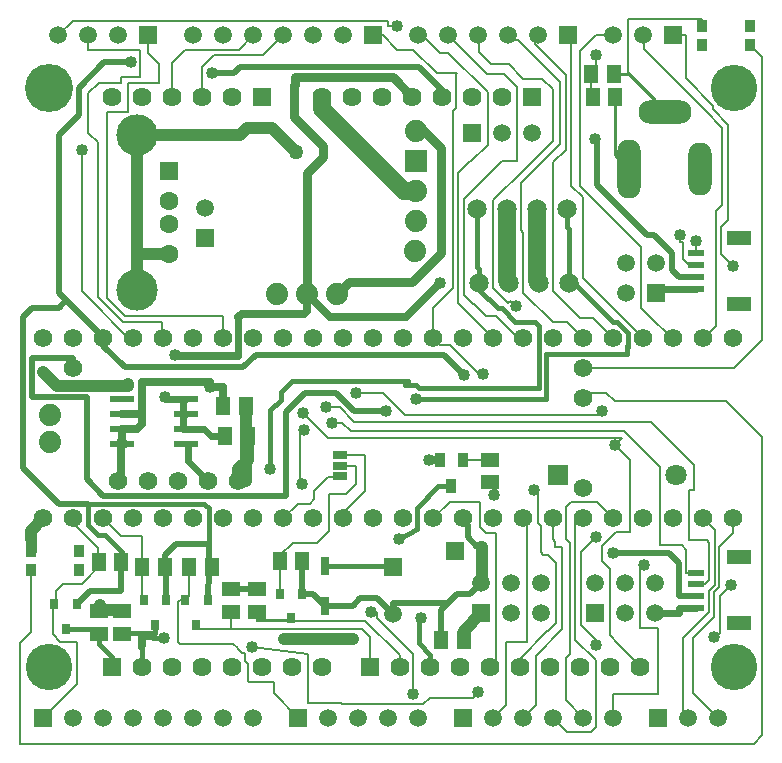
<source format=gtl>
G04 DipTrace 3.3.1.3*
G04 T4LSSArduinoShield.gtl*
%MOIN*%
G04 #@! TF.FileFunction,Copper,L1,Top*
G04 #@! TF.Part,Single*
G04 #@! TA.AperFunction,Conductor*
%ADD13C,0.02*%
%ADD14C,0.015*%
G04 #@! TA.AperFunction,ViaPad*
%ADD15C,0.04*%
G04 #@! TA.AperFunction,Conductor*
%ADD16C,0.023622*%
%ADD17C,0.025*%
%ADD18C,0.022*%
%ADD19C,0.01*%
%ADD20C,0.03*%
%ADD21C,0.008*%
%ADD22C,0.06*%
%ADD23C,0.035433*%
%ADD27R,0.051181X0.059055*%
G04 #@! TA.AperFunction,ComponentPad*
%ADD28R,0.059055X0.059055*%
%ADD29C,0.059055*%
%ADD30R,0.062992X0.062992*%
%ADD31C,0.062992*%
%ADD32C,0.137795*%
%ADD33R,0.06378X0.06378*%
%ADD34C,0.06378*%
%ADD35C,0.074*%
%ADD37R,0.031496X0.035433*%
%ADD38R,0.059055X0.051181*%
%ADD40R,0.07874X0.023622*%
G04 #@! TA.AperFunction,ComponentPad*
%ADD42C,0.06194*%
%ADD43C,0.074*%
%ADD44R,0.05X0.025*%
%ADD45R,0.07874X0.047244*%
%ADD46R,0.05315X0.023622*%
G04 #@! TA.AperFunction,ComponentPad*
%ADD47C,0.065199*%
%ADD48R,0.074X0.074*%
%ADD49R,0.031496X0.062992*%
%ADD50R,0.033465X0.051181*%
G04 #@! TA.AperFunction,ComponentPad*
%ADD51C,0.070866*%
%ADD52R,0.070866X0.070866*%
%ADD53O,0.07874X0.19685*%
%ADD54O,0.07874X0.177165*%
%ADD55O,0.177165X0.07874*%
%ADD57R,0.035433X0.03937*%
G04 #@! TA.AperFunction,ViaPad*
%ADD59C,0.05*%
%ADD60C,0.155*%
%ADD62C,0.16*%
%FSLAX26Y26*%
G04*
G70*
G90*
G75*
G01*
G04 Top*
%LPD*%
X1897700Y1661700D2*
D13*
X1829700Y1729700D1*
X1203700D1*
X1160700Y1686700D1*
X766700D1*
X693700Y1759700D1*
Y1783700D1*
X1822834Y2588976D2*
Y2611566D1*
X1747700Y2686700D1*
X1148700D1*
X1130869Y2668869D1*
X1056834D1*
X898700Y1020700D2*
X903700D1*
Y910070D1*
X2391700Y1068700D2*
X2578755D1*
X2612039Y1035417D1*
Y924015D1*
X2668700D1*
X2333700Y2447700D2*
X2338700D1*
Y2294700D1*
X2504700Y2128700D1*
X2529700D1*
X2588700Y2069700D1*
Y2012700D1*
X2612385Y1989015D1*
X2668700D1*
X1893700Y1183700D2*
Y1178321D1*
X1909291Y1162730D1*
Y1120231D1*
X1939822Y1089700D1*
X1952700D1*
X1055700Y1020700D2*
X1045700D1*
Y1097700D1*
X935700D1*
X898700Y1060700D1*
Y1020700D1*
X753102Y1036700D2*
Y942700D1*
X649700D1*
X605700Y898700D1*
Y897700D1*
X1041700Y910070D2*
X1045700Y1016700D1*
Y1020700D1*
X693700Y1783700D2*
Y1787700D1*
X571260Y1910140D1*
X545700Y1935700D1*
Y2460700D1*
X611810Y2526810D1*
Y2618869D1*
X697641Y2704700D1*
X784700D1*
X753102Y1036700D2*
D14*
X739700D1*
X756700Y1019700D1*
Y1071700D1*
X700700Y1127700D1*
X676700D1*
X641700Y1162700D1*
Y1232700D1*
X1029700D1*
X1045700Y1216700D1*
Y1097700D1*
X641700Y1232700D2*
D13*
X546700D1*
X426700Y1352700D1*
Y1853700D1*
X456700Y1883700D1*
X544821D1*
X571260Y1910140D1*
X1357700Y933070D2*
Y1042700D1*
X1432700Y891771D2*
X1524771D1*
X1549700Y916700D1*
X1606960D1*
X1658700Y864960D1*
Y902700D1*
X1844304D1*
X1873304Y931700D1*
X1916700D1*
X1953700Y968700D1*
X1357700Y933070D2*
X1391401D1*
X1432700Y891771D1*
X1952700Y1089700D2*
D15*
X1956700D1*
Y965700D1*
X1953700Y968700D1*
X1819897Y777700D2*
D13*
Y878293D1*
X1844304Y902700D1*
X1100897Y1457700D2*
D16*
X1052885D1*
X1029885Y1480700D1*
X968700D1*
Y1580700D2*
X898700D1*
Y1587700D1*
X493700Y1671188D2*
D15*
X540188Y1624700D1*
X774700D1*
Y1632700D1*
X968700Y1480700D2*
D16*
X960700D1*
Y1530700D1*
X968700D1*
X898700Y1580700D2*
X960700D1*
Y1530700D1*
X1372700Y1931700D2*
D17*
Y1874700D1*
X1363700Y1865700D1*
X1155700D1*
X1143700Y1853700D1*
D18*
Y1725700D1*
D17*
X942772D1*
Y1728700D1*
X931700D1*
X1119700Y947102D2*
D13*
X1206700D1*
D19*
X1119700D1*
X1525700Y781700D2*
D15*
X1295700D1*
X680700Y873102D2*
X682700Y876700D1*
X755700D1*
Y873102D1*
X682700Y876700D2*
Y893700D1*
X1815700Y1967700D2*
D17*
X1702672Y1854672D1*
X1449728D1*
X1372700Y1931700D1*
D20*
Y2335700D1*
X1426700Y2389700D1*
Y2424700D1*
X1330700Y2520700D1*
Y2629700D1*
X1333700Y2626700D1*
Y2653700D1*
X1658109D1*
X1722834Y2588976D1*
X2693700Y1183700D2*
D21*
X2731700Y1145700D1*
Y962700D1*
X2711700Y942700D1*
Y870700D1*
X2625700Y784700D1*
Y518700D1*
X2643700D1*
X2336700Y1121700D2*
X2285700Y1070700D1*
Y827700D1*
X2336700Y776700D1*
Y761700D1*
X1993700Y518700D2*
X2035228Y560228D1*
Y772002D1*
X2105700D1*
Y1183700D1*
X2093700D1*
X2793700D2*
Y1134850D1*
X2747700Y1088850D1*
Y953700D1*
X2730700Y936700D1*
Y854700D1*
X2660700Y784700D1*
Y601700D1*
X2743700Y518700D1*
X2593700Y2793700D2*
X2635700D1*
Y2650700D1*
X2726700Y2559700D1*
Y2546700D1*
X2777700Y2495700D1*
Y2178822D1*
X2752672Y2153794D1*
Y2064794D1*
X2793700Y2023767D1*
X2693700Y1783700D2*
X2695703D1*
X2736672Y1824670D1*
Y2207027D1*
X2757700Y2228054D1*
Y2485700D1*
X2699700Y2543700D1*
Y2545700D1*
X2496700Y2748700D1*
Y2793700D1*
X2493700D1*
X2593700Y1783700D2*
X2588700D1*
X2513700Y1858700D1*
X2512700D1*
X2485700Y1885700D1*
Y2086700D1*
X2281700Y2290700D1*
Y2740700D1*
X2335700Y2794700D1*
X2394700D1*
X2393700Y2793700D1*
X2243700D2*
Y2790700D1*
X2253700D1*
Y2291700D1*
X2292302Y2253098D1*
Y1985098D1*
X2493700Y1783700D1*
X2143700Y2793700D2*
X2132700D1*
Y2764700D1*
X2235700Y2661700D1*
Y2411700D1*
X2194302Y2370302D1*
Y1940098D1*
X2281728Y1852672D1*
X2324728D1*
X2393700Y1783700D1*
X2043700Y2793700D2*
Y2789700D1*
X2034700Y2798700D1*
X2043700D1*
X2064700Y2777700D1*
X2077700D1*
X2216700Y2638700D1*
Y2432700D1*
X2086302Y2302302D1*
Y2143983D1*
X2094302Y2135983D1*
Y1935098D1*
X2192728Y1836672D1*
X2240728D1*
X2293700Y1783700D1*
X2068700Y1890700D2*
X2050351Y1909049D1*
X2043351Y1902049D1*
X1993700Y1951700D1*
Y2243700D1*
X2099700Y2349700D1*
X2100700D1*
X2191700Y2440700D1*
Y2615700D1*
X2157700Y2649700D1*
X2092700D1*
X2045700Y2696700D1*
X1986700D1*
X1946700Y2736700D1*
Y2793700D1*
X1943700D1*
X1743700D2*
Y2809700D1*
X1817700Y2735700D1*
X1843700D1*
X1974700Y2604700D1*
Y2428700D1*
X1920700Y2374700D1*
X1917700D1*
X1876700Y2333700D1*
Y1900700D1*
X1993700Y1783700D1*
X593700Y1183700D2*
X585700D1*
X595700Y1173700D1*
Y1164700D1*
X676700Y1083700D1*
Y1036700D1*
X678298D1*
X530897Y897700D2*
X524700Y891503D1*
Y797700D1*
X549700Y772700D1*
X607700D1*
Y632700D1*
X493700Y518700D1*
X678298Y1036700D2*
X693700D1*
X622700Y965700D1*
X564381D1*
X561541Y968541D1*
X535700Y942700D1*
Y897700D1*
X530897D1*
X2247700Y1967700D2*
D14*
Y2148098D1*
X2239700Y2156098D1*
Y2214700D1*
X722834Y688976D2*
Y721566D1*
X680700Y763700D1*
Y798298D1*
X568298Y815023D2*
X663976D1*
X680700Y798298D1*
X1736700Y1580700D2*
X2170447D1*
Y1731700D1*
X2439700D1*
Y1756700D1*
X2441700Y1754700D1*
Y1801700D1*
X2406700Y1836700D1*
X2392700D1*
X2311700Y1917700D1*
X2313700D1*
X2263700Y1967700D1*
X2247700D1*
X823897Y1020700D2*
D21*
Y1124700D1*
X752700D1*
X693700Y1183700D1*
X823897Y1020700D2*
Y915070D1*
X828897Y910070D1*
X1947700Y1967700D2*
D14*
Y2014302D1*
X1939700Y2022302D1*
Y2214700D1*
X755700Y798298D2*
Y800700D1*
X824700D1*
Y762700D1*
Y780098D1*
X822834Y778231D1*
Y688976D1*
X866298Y827393D2*
Y800700D1*
X755700D1*
X1947700Y1967700D2*
Y1944700D1*
X2008700Y1883700D1*
X2021700D1*
X2066700Y1838700D1*
X2131700D1*
X2144700Y1825700D1*
Y1619700D1*
X1745700D1*
X1735700Y1629700D1*
X1698700D1*
X1709700Y1640700D1*
X1321700D1*
X1284700Y1603700D1*
Y1578700D1*
X1249700Y1543700D1*
Y1348700D1*
X897799Y783961D2*
X816700Y789700D1*
Y754700D1*
X824700Y762700D1*
X1782834Y688976D2*
Y729566D1*
X1744700Y767700D1*
Y844700D1*
X1751700Y851700D1*
X1727700Y597700D2*
D21*
X1726724Y598676D1*
Y732676D1*
X1606700Y852700D1*
Y872700D1*
X1586700D1*
X1982834Y688976D2*
X2002700Y708842D1*
Y1134700D1*
X1969700D1*
X1949700Y1154700D1*
Y1238672D1*
X1848672D1*
X1793700Y1183700D1*
X2082834Y688976D2*
Y715834D1*
X2173700Y806700D1*
X2175700D1*
X2203700Y834700D1*
Y1035700D1*
X2177700Y1061700D1*
X2160700D1*
X2151700Y1070700D1*
Y1158700D1*
X2142700Y1167700D1*
Y1266700D1*
X2129700Y1279700D1*
X1958700Y1664700D2*
Y1652700D1*
X1850700Y1760700D1*
X1816700D1*
X1793700Y1783700D1*
Y1885700D1*
X1860700Y1952700D1*
Y2542700D1*
X1869700Y2551700D1*
Y2662700D1*
X1873700Y2666700D1*
X1806700D1*
X1727700Y2745700D1*
X1672700D1*
X1624700Y2793700D1*
X1593700D1*
X1022834Y2588976D2*
Y2686869D1*
X1062665Y2726700D1*
X1226700D1*
X1293700Y2793700D1*
X1456700Y1501700D2*
X1490700D1*
X1518700Y1473700D1*
X2428700D1*
X2548700Y1353700D1*
Y1094850D1*
X2621850D1*
X2637850Y1078850D1*
Y1002755D1*
X2668700D1*
X922834Y2588976D2*
Y2702869D1*
X965665Y2745700D1*
X1145700D1*
X1193700Y2793700D1*
X1434700Y1554700D2*
X1481700D1*
X1530700Y1505700D1*
X2520672D1*
X2663700Y1362672D1*
Y1279321D1*
X2646700D1*
Y1110850D1*
X2705590D1*
X2713700Y1102739D1*
Y977700D1*
X2699385Y963385D1*
X2668700D1*
X1536700Y1600700D2*
X1624700D1*
X1698700Y1526700D1*
X2357700D1*
Y1542700D1*
X2617700Y2128700D2*
Y2105249D1*
X2625700D1*
Y2048700D1*
X2646015Y2028385D1*
X2668700D1*
X1356700Y1297700D2*
X1350708D1*
Y1479700D1*
X1361700D1*
X1190700Y754700D2*
X1375700Y731470D1*
Y566700D1*
X1489700D1*
X1488700Y565700D1*
X1662700D1*
X1663700Y564700D1*
X1760700D1*
X1781700Y585700D1*
X1924700D1*
X1942700Y603700D1*
X2482834Y688976D2*
Y692566D1*
X2410700Y764700D1*
Y765700D1*
X2381700Y794700D1*
Y1015700D1*
X2354700Y1042700D1*
Y1091700D1*
X2401700Y1138700D1*
X2448700D1*
Y1376700D1*
X2398700Y1426700D1*
X2423700Y1451700D1*
X1441700D1*
X1358700Y1534700D1*
X2668700Y2067755D2*
Y2107700D1*
X2669700Y2108700D1*
X843700Y2793700D2*
Y2736271D1*
X880700Y2699271D1*
Y2634700D1*
X775700D1*
Y2538700D1*
X705700D1*
Y1919700D1*
X766700Y1858700D1*
X1093700D1*
Y1783700D1*
X893700D2*
X890700Y1786700D1*
Y1836700D1*
X760700D1*
X748700Y1848700D1*
Y1847700D1*
X674700Y1921700D1*
Y2371700D1*
X675700Y2372700D1*
Y2436700D1*
X643700Y2468700D1*
Y2600700D1*
X679036Y2636036D1*
X753878D1*
Y2654700D1*
X816700D1*
Y2743315D1*
X643700D1*
Y2793700D1*
X543700D2*
X591700Y2841700D1*
X1641738D1*
Y2824700D1*
X1672700D1*
X2335700Y2728700D2*
Y2665700D1*
X2320700D1*
Y2587700D1*
X2324897D1*
X793700Y1783700D2*
Y1769700D1*
X621700Y1941700D1*
Y2412700D1*
X2093700Y518700D2*
X2135228Y560228D1*
Y725228D1*
X2223700Y813700D1*
Y1086700D1*
X2200700D1*
Y1106078D1*
X2193700Y1113078D1*
Y1183700D1*
Y518700D2*
X2240700Y471700D1*
X2319228D1*
X2335228Y487700D1*
Y712106D1*
X2267700Y779633D1*
Y1183700D1*
X2293700D1*
Y518700D2*
X2235228Y577172D1*
Y718369D1*
X2248700Y731842D1*
Y1101413D1*
X2236672Y1113440D1*
Y1220672D1*
X2252672Y1236672D1*
X2340728D1*
X2393700Y1183700D1*
X2495700Y1026700D2*
X2481700D1*
Y816700D1*
X2541700D1*
Y598149D1*
X2393700D1*
Y518700D1*
X2785590Y960665D2*
X2748700Y923775D1*
Y802700D1*
X2732700Y786700D1*
X2729700D1*
X2093700Y1783700D2*
X2076700D1*
X2003700Y1856700D1*
X1970700D1*
X1930700Y1896700D1*
X1924700D1*
X1894700Y1926700D1*
Y2248700D1*
X2021700Y2375700D1*
X2071700D1*
Y2621700D1*
X2029700Y2663700D1*
X1973700D1*
X1843700Y2793700D1*
X1293700Y1183700D2*
X1342700Y1232700D1*
X1382700D1*
X1397700Y1247700D1*
Y1275700D1*
X1442700Y1320700D1*
X1478700D1*
X1481700Y1323700D1*
X980897Y1020700D2*
Y924070D1*
X966897Y910070D1*
X948070D1*
X943700Y905700D1*
Y771700D1*
X949700Y765700D1*
X1127700D1*
X1142700Y750700D1*
Y748700D1*
X1155700Y735700D1*
X1162700D1*
X1166700Y731700D1*
Y709700D1*
X1176700Y699700D1*
Y642700D1*
X1180700Y638700D1*
X1261700D1*
Y600700D1*
X1343700Y518700D1*
X1493700Y1183700D2*
Y1201700D1*
X1522700Y1230700D1*
X1521700D1*
X1564700Y1273700D1*
Y1393700D1*
X1481700D1*
X1043700Y1308700D2*
D16*
X977700Y1374700D1*
Y1430700D1*
X968700D1*
X1175700Y1457700D2*
D15*
Y1379700D1*
X1143700Y1347700D1*
Y1308700D1*
X2533700Y868700D2*
D16*
X2612039D1*
Y884645D1*
X2668700D1*
X1143700Y1308700D2*
D15*
X1168700D1*
Y1557700D1*
X2535700Y1935700D2*
D16*
X2549645Y1949645D1*
X2668700D1*
X805054Y2462361D2*
D15*
Y2065436D1*
Y1945039D1*
X911747Y2065905D2*
X805054Y2065436D1*
Y2462361D2*
X1150361D1*
X1173700Y2485700D1*
X1257700D1*
X1337700Y2405700D1*
X1894700Y777700D2*
Y809700D1*
X1953700Y868700D1*
X1816897Y1376700D2*
D17*
X1780165D1*
X2395503Y2665700D2*
D19*
X2445700D1*
X2533700Y2577700D1*
Y2571724D1*
X2565810Y2539613D1*
X2139700Y2214700D2*
D22*
Y1975700D1*
X2147700Y1967700D1*
X452991Y1075196D2*
D23*
Y1114881D1*
D15*
Y1142991D1*
X493700Y1183700D1*
X2688700Y2824692D2*
D21*
Y2848700D1*
X2442700D1*
Y2671495D1*
X2448495Y2665700D1*
X2445700D1*
X1432700Y1025629D2*
D14*
X1655511D1*
X1658700Y1022440D1*
X1854298Y1290086D2*
X1811086D1*
X1740700Y1219700D1*
Y1149700D1*
X1680700Y1113700D1*
X1891700Y1376700D2*
D21*
X1979700D1*
X1981700Y1378700D1*
X1472700Y1931700D2*
D20*
X1511700Y1970700D1*
X1723700D1*
X1820700Y2067700D1*
Y2418700D1*
X1760700Y2478700D1*
X1740700D1*
X1736700Y2474700D1*
X2293700Y1683700D2*
D21*
X2795700D1*
X2889700Y1777700D1*
Y2722117D1*
X2850117Y2761700D1*
X452991Y1012204D2*
Y804991D1*
X415700Y767700D1*
Y432700D1*
X2861700D1*
X2889700Y460700D1*
Y1453700D1*
X2769700Y1573700D1*
X2398700D1*
X2370700Y1601700D1*
X2311700D1*
X2293700Y1583700D1*
X1119700Y872298D2*
Y814700D1*
X1283700D1*
X1284700Y813700D1*
X1557700D1*
X1582834Y788566D1*
Y688976D1*
X1004298Y827393D2*
Y813700D1*
X1119700D1*
Y872298D1*
X1320298Y850393D2*
Y843700D1*
X1206700D1*
Y872298D1*
Y842700D1*
X1566700D1*
X1682834Y726566D1*
Y688976D1*
X1282897Y1042700D2*
Y1059897D1*
X1325700Y1102700D1*
X1405700D1*
X1444700Y1141700D1*
Y1263459D1*
X1501459D1*
X1534700Y1296700D1*
Y1358700D1*
X1481700D1*
X1282897Y933070D2*
X1282700D1*
Y1042700D1*
X1282897D1*
X1997700Y1262700D2*
D14*
Y1287897D1*
X1981700Y1303897D1*
X1736700Y2274700D2*
D22*
X1697700D1*
X1422834Y2549566D1*
Y2588976D1*
X2399700Y2587700D2*
D19*
Y2394700D1*
X2447700Y2346700D1*
X2039700Y2214700D2*
D22*
Y1975700D1*
X2047700Y1967700D1*
X1636672Y1542523D2*
D13*
X1530877D1*
X1470700Y1602700D1*
X1366700D1*
X1301700Y1537700D1*
Y1259700D1*
X693700D1*
X639700Y1313700D1*
Y1586700D1*
X454700D1*
Y1718700D1*
X593700D1*
Y1683700D1*
X743700Y1308700D2*
D17*
X752700Y1317700D1*
Y1442700D1*
X764700Y1430700D1*
X756102D1*
Y1480700D2*
X807476D1*
X823476Y1496700D1*
Y1530700D1*
Y1636700D1*
X1050672D1*
Y1622511D1*
X1093897D1*
Y1557700D1*
X823476Y1530700D2*
X756102D1*
Y1430700D2*
X757700D1*
Y1480700D1*
X756102D1*
D15*
X931700Y1728700D3*
X1525700Y781700D3*
X1295700D3*
X1206700Y947102D3*
X1815700Y1967700D3*
X1736700Y1580700D3*
X1249700Y1348700D3*
X897799Y783961D3*
X1751700Y851700D3*
X2129700Y1279700D3*
X1958700Y1664700D3*
X1190700Y754700D3*
X1942700Y603700D3*
X1358700Y1534700D3*
X2669700Y2108700D3*
X2398700Y1426700D3*
X1672700Y2824700D3*
X2335700Y2728700D3*
X621700Y2412700D3*
D59*
X1337700Y2405700D3*
D15*
X1780165Y1376700D3*
D3*
X1680700Y1113700D3*
X1997700Y1262700D3*
D60*
X2795275Y688976D3*
X511810D3*
D62*
Y2618109D3*
D60*
X2795275D3*
D15*
X784700Y2704700D3*
X1056834Y2668869D3*
X1897700Y1661700D3*
X2391700Y1068700D3*
X1952700Y1089700D3*
X2333700Y2447700D3*
X774700Y1632700D3*
X493700Y1671188D3*
X682700Y893700D3*
X898700Y1587700D3*
X2336700Y761700D3*
Y1121700D3*
X2068700Y1890700D3*
X1586700Y872700D3*
X1727700Y597700D3*
X1456700Y1501700D3*
X1434700Y1554700D3*
X2357700Y1542700D3*
X2617700Y2128700D3*
X1536700Y1600700D3*
X1636672Y1542523D3*
X1050672Y1622511D3*
X2793700Y2023767D3*
X1361700Y1479700D3*
X1356700Y1297700D3*
X2495700Y1026700D3*
X2729700Y786700D3*
X2785590Y960665D3*
D27*
X1168700Y1557700D3*
X1093897D3*
X1175700Y1457700D3*
X1100897D3*
D28*
X1593700Y2793700D3*
D29*
X1493700D3*
X1393700D3*
X1293700D3*
X1193700D3*
X1093700D3*
X993700D3*
D28*
X843700D3*
D29*
X743700D3*
X643700D3*
X543700D3*
D28*
X493700Y518700D3*
D29*
X593700D3*
X693700D3*
X793700D3*
X893700D3*
X993700D3*
X1093700D3*
X1193700D3*
D28*
X1343700D3*
D29*
X1443700D3*
X1543700D3*
X1643700D3*
X1743700D3*
D28*
X1922830Y2468700D3*
D29*
X2022830D3*
X2122830D3*
D30*
X911747Y2341495D3*
D31*
Y2243070D3*
Y2164330D3*
Y2065905D3*
D32*
X805054Y2462361D3*
Y1945039D3*
D33*
X1222834Y2588976D3*
D34*
X1122834D3*
X1022834D3*
X922834D3*
X822834D3*
X722834D3*
D33*
X2122834D3*
D34*
X2022834D3*
X1922834D3*
X1822834D3*
X1722834D3*
X1622834D3*
X1522834D3*
X1422834D3*
D33*
X722834Y688976D3*
D34*
X822834D3*
X922834D3*
X1022834D3*
X1122834D3*
X1222834D3*
X1322834D3*
X1422834D3*
D33*
X1582834D3*
D34*
X1682834D3*
X1782834D3*
X1882834D3*
X1982834D3*
X2082834D3*
X2182834D3*
X2282834D3*
X2382834D3*
X2482834D3*
D28*
X1893700Y518700D3*
D29*
X1993700D3*
X2093700D3*
X2193700D3*
X2293700D3*
X2393700D3*
D28*
X2543700D3*
D29*
X2643700D3*
X2743700D3*
D28*
X2243700Y2793700D3*
D29*
X2143700D3*
X2043700D3*
X1943700D3*
X1843700D3*
X1743700D3*
D28*
X1031700Y2118700D3*
D29*
Y2218700D3*
D35*
X1272700Y1931700D3*
X1372700D3*
X1472700D3*
D37*
X1041700Y910070D3*
X966897D3*
X1004298Y827393D3*
X605700Y897700D3*
X530897D3*
X568298Y815023D3*
X903700Y910070D3*
X828897D3*
X866298Y827393D3*
X1357700Y933070D3*
X1282897D3*
X1320298Y850393D3*
D27*
X2399700Y2587700D3*
X2324897D3*
X2320700Y2665700D3*
X2395503D3*
X1357700Y1042700D3*
X1282897D3*
X980897Y1020700D3*
X1055700D3*
D38*
X1119700Y872298D3*
Y947102D3*
X1206700Y872298D3*
Y947102D3*
D27*
X898700Y1020700D3*
X823897D3*
X678298Y1036700D3*
X753102D3*
D38*
X680700Y798298D3*
Y873102D3*
X755700Y798298D3*
Y873102D3*
D40*
X968700Y1430700D3*
Y1480700D3*
Y1530700D3*
Y1580700D3*
X756102D3*
Y1530700D3*
Y1480700D3*
Y1430700D3*
D42*
X493700Y1183700D3*
X593700D3*
X693700D3*
X793700D3*
X893700D3*
X993700D3*
X1093700D3*
X1193700D3*
X1293700D3*
X1393700D3*
X1493700D3*
X1593700D3*
X1693700D3*
X1793700D3*
X2293700Y1283700D3*
X593700Y1683700D3*
D43*
X515700Y1528700D3*
Y1438700D3*
D42*
X2093700Y1783700D3*
X1793700D3*
X1693700D3*
X1593700D3*
X1493700D3*
X1393700D3*
X1293700D3*
X1193700D3*
X1093700D3*
X993700D3*
X893700D3*
X793700D3*
X693700D3*
X593700D3*
X493700D3*
X2293700Y1683700D3*
X743700Y1308700D3*
X843700D3*
X943700D3*
X2393700Y1183700D3*
X2493700D3*
X2293700D3*
X2193700D3*
X2093700D3*
X1993700D3*
X2593700D3*
X2693700D3*
X2793700D3*
Y1783700D3*
X1893700Y1183700D3*
X2693700Y1783700D3*
X1893700D3*
X2593700D3*
X2393700D3*
X2293700D3*
X2193700D3*
X2493700D3*
X1993700D3*
X2293700Y1583700D3*
X1043700Y1308700D3*
X1143700D3*
D44*
X1481700Y1323700D3*
Y1358700D3*
Y1393700D3*
D28*
X1953700Y868700D3*
D29*
Y968700D3*
X2053700Y868700D3*
Y968700D3*
X2153700Y868700D3*
Y968700D3*
D28*
X2333700Y868700D3*
D29*
Y968700D3*
X2433700Y868700D3*
Y968700D3*
X2533700Y868700D3*
Y968700D3*
D28*
X2593700Y2793700D3*
D29*
X2493700D3*
X2393700D3*
D45*
X2813385Y1898464D3*
Y2118936D3*
D46*
X2668700Y1949645D3*
Y1989015D3*
Y2028385D3*
Y2067755D3*
D45*
X2813385Y833464D3*
Y1053936D3*
D46*
X2668700Y884645D3*
Y924015D3*
Y963385D3*
Y1002755D3*
D47*
X2239700Y2214700D3*
X2139700D3*
X2039700D3*
X1939700D3*
X2247700Y1967700D3*
X2147700D3*
X2047700D3*
X1947700D3*
D35*
X1736700Y2474700D3*
D48*
Y2374700D3*
D35*
Y2274700D3*
Y2174700D3*
X1731700Y2074700D3*
D28*
X2535700Y1935700D3*
D29*
X2435700D3*
X2535700Y2035700D3*
X2435700D3*
D28*
X1658700Y1022440D3*
D29*
Y864960D3*
D27*
X1819897Y777700D3*
X1894700D3*
D49*
X1432700Y891771D3*
Y1025629D3*
D28*
X1867700Y1075700D3*
D50*
X1891700Y1376700D3*
X1816897D3*
X1854298Y1290086D3*
D38*
X1981700Y1378700D3*
Y1303897D3*
D51*
X2603700Y1327700D3*
D52*
X2210787D3*
D53*
X2447700Y2346700D3*
D54*
X2683920D3*
D55*
X2565810Y2539613D3*
D57*
X2688700Y2761700D3*
X2850117D3*
Y2824692D3*
X2688700D3*
X452991Y1012204D3*
X614409D3*
Y1075196D3*
X452991D3*
M02*

</source>
